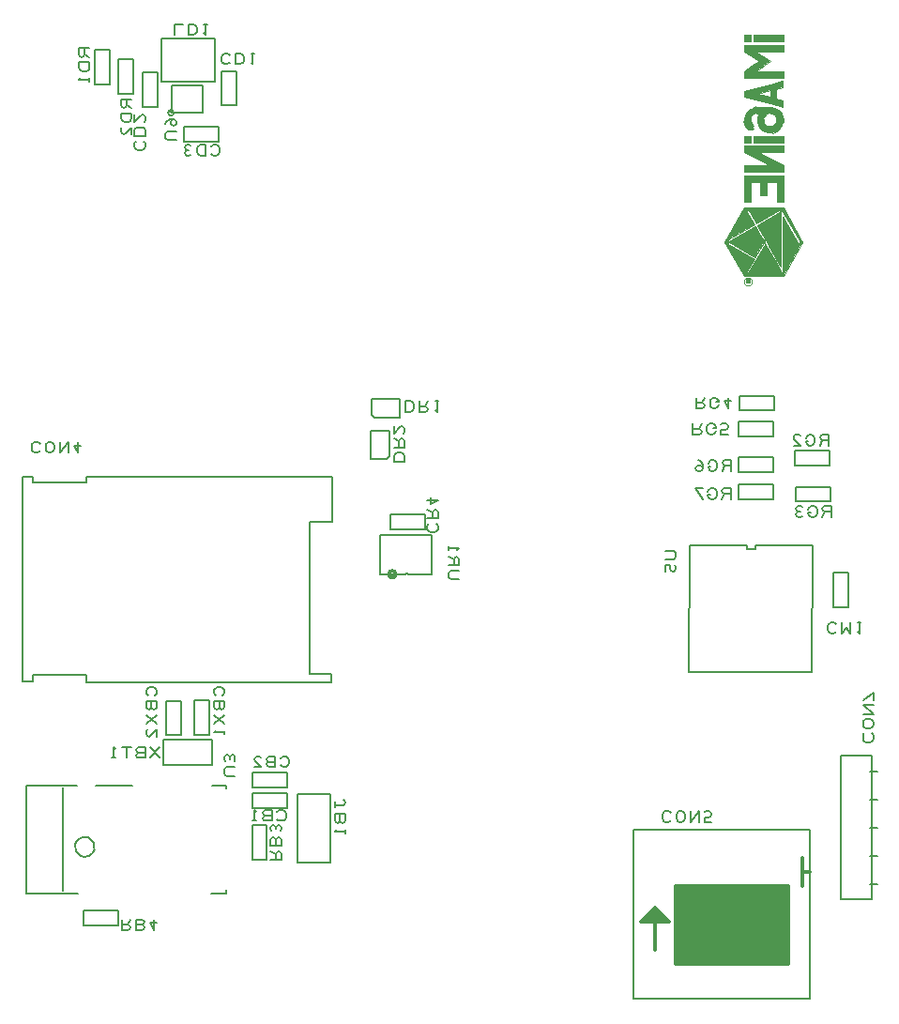
<source format=gbr>
%FSLAX35Y35*%
%MOMM*%
G04 EasyPC Gerber Version 18.0.9 Build 3640 *
%ADD122C,0.05000*%
%ADD10C,0.12700*%
%ADD120C,0.20000*%
%ADD121C,0.30480*%
X0Y0D02*
D02*
D10*
X761440Y5292260D02*
X753500Y5300200D01*
X737620Y5308140*
X713810*
X697940Y5300200*
X690000Y5292260*
X682060Y5276390*
Y5244640*
X690000Y5228760*
X697940Y5220820*
X713810Y5212890*
X737620*
X753500Y5220820*
X761440Y5228760*
X809060Y5276390D02*
Y5244640D01*
X817000Y5228760*
X824940Y5220820*
X840810Y5212890*
X856690*
X872560Y5220820*
X880500Y5228760*
X888440Y5244640*
Y5276390*
X880500Y5292260*
X872560Y5300200*
X856690Y5308140*
X840810*
X824940Y5300200*
X817000Y5292260*
X809060Y5276390*
X936060Y5308140D02*
Y5212890D01*
X1015440Y5308140*
Y5212890*
X1102750Y5308140D02*
Y5212890D01*
X1063060Y5276390*
X1126560*
X963070Y2190850D02*
Y1259850D01*
X1096070Y2211850D02*
X634070D01*
Y1231850*
X1103070*
X1124070Y1735850D02*
G75*
G02X1201070Y1574850I38500J-80500D01*
G01*
G75*
G02X1124070Y1735850I-38500J80500*
G01*
X1206160Y8860160D02*
X1110910D01*
Y8804600*
X1118840Y8788720*
X1134720Y8780780*
X1150590Y8788720*
X1158530Y8804600*
Y8860160*
Y8804600D02*
X1206160Y8780780D01*
Y8733160D02*
X1110910D01*
Y8685530*
X1118840Y8669660*
X1126780Y8661720*
X1142660Y8653780*
X1174410*
X1190280Y8661720*
X1198220Y8669660*
X1206160Y8685530*
Y8733160*
Y8590280D02*
Y8558530D01*
Y8574410D02*
X1110910D01*
X1126780Y8590280*
X1251420Y8535940D02*
X1386040D01*
Y8848360*
X1251420*
Y8535940*
X1463810Y8450350D02*
X1598430D01*
Y8762770*
X1463810*
Y8450350*
X1465430Y950270D02*
Y1084890D01*
X1153010*
Y950270*
X1465430*
X1496250Y1000110D02*
Y904860D01*
X1551810*
X1567690Y912790*
X1575630Y928670*
X1567690Y944540*
X1551810Y952480*
X1496250*
X1551810D02*
X1575630Y1000110D01*
X1678810Y952480D02*
X1694690Y960420D01*
X1702630Y976290*
X1694690Y992170*
X1678810Y1000110*
X1623250*
Y904860*
X1678810*
X1694690Y912790*
X1702630Y928670*
X1694690Y944540*
X1678810Y952480*
X1623250*
X1789940Y1000110D02*
Y904860D01*
X1750250Y968360*
X1813750*
X1627870Y8020240D02*
X1619930Y8012300D01*
X1611990Y7996420*
Y7972610*
X1619930Y7956740*
X1627870Y7948800*
X1643740Y7940860*
X1675490*
X1691370Y7948800*
X1699310Y7956740*
X1707240Y7972610*
Y7996420*
X1699310Y8012300*
X1691370Y8020240*
X1611990Y8067860D02*
X1707240D01*
Y8115490*
X1699310Y8131360*
X1691370Y8139300*
X1675490Y8147240*
X1643740*
X1627870Y8139300*
X1619930Y8131360*
X1611990Y8115490*
Y8067860*
Y8258360D02*
Y8194860D01*
X1667560Y8250420*
X1683430Y8258360*
X1699310Y8250420*
X1707240Y8234550*
Y8210740*
X1699310Y8194860*
X1593070Y2211850D02*
X1264070D01*
X1586560Y8400510D02*
X1491310D01*
Y8344950*
X1499240Y8329070*
X1515120Y8321130*
X1530990Y8329070*
X1538930Y8344950*
Y8400510*
Y8344950D02*
X1586560Y8321130D01*
Y8273510D02*
X1491310D01*
Y8225880*
X1499240Y8210010*
X1507180Y8202070*
X1523060Y8194130*
X1554810*
X1570680Y8202070*
X1578620Y8210010*
X1586560Y8225880*
Y8273510*
Y8083010D02*
Y8146510D01*
X1530990Y8090950*
X1515120Y8083010*
X1499240Y8090950*
X1491310Y8106820*
Y8130630*
X1499240Y8146510*
X1682540Y8326720D02*
X1817160D01*
Y8639140*
X1682540*
Y8326720*
X1835440Y2458380D02*
X1756060Y2553630D01*
X1835440D02*
X1756060Y2458380D01*
X1652880Y2506010D02*
X1637000Y2498070D01*
X1629060Y2482200*
X1637000Y2466320*
X1652880Y2458380*
X1708440*
Y2553630*
X1652880*
X1637000Y2545700*
X1629060Y2529820*
X1637000Y2513950*
X1652880Y2506010*
X1708440*
X1541750Y2458380D02*
Y2553630D01*
X1581440D02*
X1502060D01*
X1438560Y2458380D02*
X1406810D01*
X1422690D02*
Y2553630D01*
X1438560Y2537760*
X1795750Y3017720D02*
X1803690Y3025660D01*
X1811630Y3041540*
Y3065350*
X1803690Y3081220*
X1795750Y3089160*
X1779880Y3097100*
X1748130*
X1732250Y3089160*
X1724310Y3081220*
X1716380Y3065350*
Y3041540*
X1724310Y3025660*
X1732250Y3017720*
X1764000Y2914540D02*
X1771940Y2898660D01*
X1787810Y2890720*
X1803690Y2898660*
X1811630Y2914540*
Y2970100*
X1716380*
Y2914540*
X1724310Y2898660*
X1740190Y2890720*
X1756060Y2898660*
X1764000Y2914540*
Y2970100*
X1811630Y2843100D02*
X1716380Y2763720D01*
Y2843100D02*
X1811630Y2763720D01*
Y2652600D02*
Y2716100D01*
X1756060Y2660540*
X1740190Y2652600*
X1724310Y2660540*
X1716380Y2676410*
Y2700220*
X1724310Y2716100*
X1857480Y8947780D02*
X2333280D01*
Y8556980*
X1857480*
Y8947780*
X1986200Y8029620D02*
X1914770D01*
X1898890Y8037560*
X1890950Y8053430*
Y8085180*
X1898890Y8101060*
X1914770Y8109000*
X1986200*
X1890950Y8180430D02*
X1898890Y8196310D01*
X1914770Y8212180*
X1938580Y8220120*
X1962390*
X1978270Y8212180*
X1986200Y8196310*
Y8180430*
X1978270Y8164560*
X1962390Y8156620*
X1946520Y8164560*
X1938580Y8180430*
Y8196310*
X1946520Y8212180*
X1962390Y8220120*
X1965220Y8277890D02*
G75*
G02X1914420I-25400D01*
G01*
G75*
G02X1965220I25400*
G01*
G36*
G75*
G02X1914420I-25400*
G01*
G75*
G02X1965220I25400*
G01*
G37*
X1968580Y8978850D02*
Y9074100D01*
X2047960*
X2095580D02*
Y8978850D01*
X2143210*
X2159080Y8986780*
X2167020Y8994720*
X2174960Y9010600*
Y9042350*
X2167020Y9058220*
X2159080Y9066160*
X2143210Y9074100*
X2095580*
X2238460D02*
X2270210D01*
X2254330D02*
Y8978850D01*
X2238460Y8994720*
X2032720Y2974350D02*
X1898100D01*
Y2661930*
X2032720*
Y2974350*
X2226370Y8279940D02*
Y8525540D01*
X1945570*
Y8279940*
X2226370*
X2283150Y2977520D02*
X2148530D01*
Y2665100*
X2283150*
Y2977520*
X2309440Y2394580D02*
X1868640D01*
Y2620380*
X2309440*
Y2394580*
X2368880Y8019370D02*
Y8153990D01*
X2056460*
Y8019370*
X2368880*
X2301300Y7907640D02*
X2309240Y7899700D01*
X2325120Y7891760*
X2348930*
X2364800Y7899700*
X2372740Y7907640*
X2380680Y7923510*
Y7955260*
X2372740Y7971140*
X2364800Y7979080*
X2348930Y7987010*
X2325120*
X2309240Y7979080*
X2301300Y7971140*
X2253680Y7891760D02*
Y7987010D01*
X2206050*
X2190180Y7979080*
X2182240Y7971140*
X2174300Y7955260*
Y7923510*
X2182240Y7907640*
X2190180Y7899700*
X2206050Y7891760*
X2253680*
X2118740Y7899700D02*
X2102870Y7891760D01*
X2086990*
X2071120Y7899700*
X2063180Y7915580*
X2071120Y7931450*
X2086990Y7939390*
X2102870*
X2086990D02*
X2071120Y7947330D01*
X2063180Y7963200*
X2071120Y7979080*
X2086990Y7987010*
X2102870*
X2118740Y7979080*
X2472740Y8795110D02*
X2464800Y8803050D01*
X2448920Y8810990*
X2425110*
X2409240Y8803050*
X2401300Y8795110*
X2393360Y8779240*
Y8747490*
X2401300Y8731610*
X2409240Y8723670*
X2425110Y8715740*
X2448920*
X2464800Y8723670*
X2472740Y8731610*
X2520360Y8810990D02*
Y8715740D01*
X2567990*
X2583860Y8723670*
X2591800Y8731610*
X2599740Y8747490*
Y8779240*
X2591800Y8795110*
X2583860Y8803050*
X2567990Y8810990*
X2520360*
X2663240D02*
X2694990D01*
X2679110D02*
Y8715740D01*
X2663240Y8731610*
X2398960Y8342570D02*
X2533580D01*
Y8654990*
X2398960*
Y8342570*
X2518760Y2295090D02*
X2447330D01*
X2431450Y2303030*
X2423510Y2318900*
Y2350650*
X2431450Y2366530*
X2447330Y2374470*
X2518760*
X2431450Y2430030D02*
X2423510Y2445900D01*
Y2461780*
X2431450Y2477650*
X2447330Y2485590*
X2463200Y2477650*
X2471140Y2461780*
Y2445900*
Y2461780D02*
X2479080Y2477650D01*
X2494950Y2485590*
X2510830Y2477650*
X2518760Y2461780*
Y2445900*
X2510830Y2430030*
X2440070Y1266850D02*
Y1231850D01*
X2307070*
X2440070Y2183850D02*
Y2211850D01*
X2314070*
X2407560Y3020890D02*
X2415500Y3028830D01*
X2423440Y3044710*
Y3068520*
X2415500Y3084390*
X2407560Y3092330*
X2391690Y3100270*
X2359940*
X2344060Y3092330*
X2336120Y3084390*
X2328190Y3068520*
Y3044710*
X2336120Y3028830*
X2344060Y3020890*
X2375810Y2917710D02*
X2383750Y2901830D01*
X2399620Y2893890*
X2415500Y2901830*
X2423440Y2917710*
Y2973270*
X2328190*
Y2917710*
X2336120Y2901830*
X2352000Y2893890*
X2367870Y2901830*
X2375810Y2917710*
Y2973270*
X2423440Y2846270D02*
X2328190Y2766890D01*
Y2846270D02*
X2423440Y2766890D01*
Y2703390D02*
Y2671640D01*
Y2687520D02*
X2328190D01*
X2344060Y2703390*
X2671580Y1539750D02*
X2806200D01*
Y1852170*
X2671580*
Y1539750*
X2838780Y1537460D02*
X2934030D01*
Y1593020*
X2926100Y1608900*
X2910220Y1616840*
X2894350Y1608900*
X2886410Y1593020*
Y1537460*
Y1593020D02*
X2838780Y1616840D01*
X2886410Y1720020D02*
X2878470Y1735900D01*
X2862600Y1743840*
X2846720Y1735900*
X2838780Y1720020*
Y1664460*
X2934030*
Y1720020*
X2926100Y1735900*
X2910220Y1743840*
X2894350Y1735900*
X2886410Y1720020*
Y1664460*
X2846720Y1799400D02*
X2838780Y1815270D01*
Y1831150*
X2846720Y1847020*
X2862600Y1854960*
X2878470Y1847020*
X2886410Y1831150*
Y1815270*
Y1831150D02*
X2894350Y1847020D01*
X2910220Y1854960*
X2926100Y1847020*
X2934030Y1831150*
Y1815270*
X2926100Y1799400*
X2897260Y1906830D02*
X2905200Y1898890D01*
X2921080Y1890950*
X2944890*
X2960760Y1898890*
X2968700Y1906830*
X2976640Y1922700*
Y1954450*
X2968700Y1970330*
X2960760Y1978270*
X2944890Y1986200*
X2921080*
X2905200Y1978270*
X2897260Y1970330*
X2794080Y1938580D02*
X2778200Y1930640D01*
X2770260Y1914770*
X2778200Y1898890*
X2794080Y1890950*
X2849640*
Y1986200*
X2794080*
X2778200Y1978270*
X2770260Y1962390*
X2778200Y1946520*
X2794080Y1938580*
X2849640*
X2706760Y1890950D02*
X2675010D01*
X2690890D02*
Y1986200D01*
X2706760Y1970330*
X2987030Y2009050D02*
Y2143670D01*
X2674610*
Y2009050*
X2987030*
X2990200Y2192910D02*
Y2327530D01*
X2677780*
Y2192910*
X2990200*
X2928960Y2391840D02*
X2936900Y2383900D01*
X2952780Y2375960*
X2976590*
X2992460Y2383900*
X3000400Y2391840*
X3008340Y2407710*
Y2439460*
X3000400Y2455340*
X2992460Y2463280*
X2976590Y2471210*
X2952780*
X2936900Y2463280*
X2928960Y2455340*
X2825780Y2423590D02*
X2809900Y2415650D01*
X2801960Y2399780*
X2809900Y2383900*
X2825780Y2375960*
X2881340*
Y2471210*
X2825780*
X2809900Y2463280*
X2801960Y2447400*
X2809900Y2431530*
X2825780Y2423590*
X2881340*
X2690840Y2375960D02*
X2754340D01*
X2698780Y2431530*
X2690840Y2447400*
X2698780Y2463280*
X2714650Y2471210*
X2738460*
X2754340Y2463280*
X3376300Y2130740D02*
Y1514790D01*
X3084200*
Y2130740*
X3376300*
X3498040Y2079530D02*
X3505980Y2071590D01*
X3513920Y2055720*
X3505980Y2039840*
X3498040Y2031900*
X3418670*
Y2016030*
Y2031900D02*
Y2063650D01*
X3466290Y1896970D02*
X3474230Y1881090D01*
X3490100Y1873150*
X3505980Y1881090*
X3513920Y1896970*
Y1952530*
X3418670*
Y1896970*
X3426600Y1881090*
X3442480Y1873150*
X3458350Y1881090*
X3466290Y1896970*
Y1952530*
X3513920Y1809650D02*
Y1777900D01*
Y1793780D02*
X3418670D01*
X3434540Y1809650*
X3743970Y5151380D02*
Y5406630D01*
X3911920*
Y5176780*
X3886520Y5151380*
X3743970*
X3753410Y5693140D02*
X4008660D01*
Y5525190*
X3778810*
X3753410Y5550590*
Y5693140*
X3951450Y5130430D02*
X4046700D01*
Y5178060*
X4038770Y5193930*
X4030830Y5201870*
X4014950Y5209810*
X3983200*
X3967330Y5201870*
X3959390Y5193930*
X3951450Y5178060*
Y5130430*
Y5257430D02*
X4046700D01*
Y5312990*
X4038770Y5328870*
X4022890Y5336810*
X4007020Y5328870*
X3999080Y5312990*
Y5257430*
Y5312990D02*
X3951450Y5336810D01*
Y5447930D02*
Y5384430D01*
X4007020Y5439990*
X4022890Y5447930*
X4038770Y5439990*
X4046700Y5424120*
Y5400310*
X4038770Y5384430*
X4054440Y5675860D02*
Y5580610D01*
X4102070*
X4117940Y5588540*
X4125880Y5596480*
X4133820Y5612360*
Y5644110*
X4125880Y5659980*
X4117940Y5667920*
X4102070Y5675860*
X4054440*
X4181440D02*
Y5580610D01*
X4237000*
X4252880Y5588540*
X4260820Y5604420*
X4252880Y5620290*
X4237000Y5628230*
X4181440*
X4237000D02*
X4260820Y5675860D01*
X4324320D02*
X4356070D01*
X4340190D02*
Y5580610D01*
X4324320Y5596480*
X4268480Y4571280D02*
X4260540Y4563340D01*
X4252600Y4547460*
Y4523650*
X4260540Y4507780*
X4268480Y4499840*
X4284350Y4491900*
X4316100*
X4331980Y4499840*
X4339920Y4507780*
X4347850Y4523650*
Y4547460*
X4339920Y4563340*
X4331980Y4571280*
X4252600Y4618900D02*
X4347850D01*
Y4674460*
X4339920Y4690340*
X4324040Y4698280*
X4308170Y4690340*
X4300230Y4674460*
Y4618900*
Y4674460D02*
X4252600Y4698280D01*
Y4785590D02*
X4347850D01*
X4284350Y4745900*
Y4809400*
X4232840Y4522860D02*
Y4657480D01*
X3920420*
Y4522860*
X4232840*
X4293090Y4117190D02*
Y4467190D01*
X3827490*
Y4117190*
X4054990*
Y4120990*
X4079990*
Y4117190*
X4293090*
X4540050Y4067190D02*
X4468620D01*
X4452740Y4075130*
X4444800Y4091000*
Y4122750*
X4452740Y4138630*
X4468620Y4146570*
X4540050*
X4444800Y4194190D02*
X4540050D01*
Y4249750*
X4532120Y4265630*
X4516240Y4273570*
X4500370Y4265630*
X4492430Y4249750*
Y4194190*
Y4249750D02*
X4444800Y4273570D01*
Y4337070D02*
Y4368820D01*
Y4352940D02*
X4540050D01*
X4524180Y4337070*
X6113640Y284110D02*
X7701140D01*
Y1808110*
X6113640*
Y284110*
X6451090Y1960590D02*
X6443150Y1968530D01*
X6427270Y1976470*
X6403460*
X6387590Y1968530*
X6379650Y1960590*
X6371710Y1944720*
Y1912970*
X6379650Y1897090*
X6387590Y1889150*
X6403460Y1881220*
X6427270*
X6443150Y1889150*
X6451090Y1897090*
X6498710Y1944720D02*
Y1912970D01*
X6506650Y1897090*
X6514590Y1889150*
X6530460Y1881220*
X6546340*
X6562210Y1889150*
X6570150Y1897090*
X6578090Y1912970*
Y1944720*
X6570150Y1960590*
X6562210Y1968530*
X6546340Y1976470*
X6530460*
X6514590Y1968530*
X6506650Y1960590*
X6498710Y1944720*
X6625710Y1976470D02*
Y1881220D01*
X6705090Y1976470*
Y1881220*
X6752710Y1968530D02*
X6768590Y1976470D01*
X6792400*
X6808270Y1968530*
X6816210Y1952650*
Y1944720*
X6808270Y1928840*
X6792400Y1920900*
X6752710*
Y1881220*
X6816210*
X6401650Y4327840D02*
X6473080D01*
X6488960Y4319900*
X6496900Y4304030*
Y4272280*
X6488960Y4256400*
X6473080Y4248460*
X6401650*
X6488960Y4200840D02*
X6496900Y4184960D01*
Y4161150*
X6488960Y4145280*
X6473080Y4137340*
X6465150*
X6449270Y4145280*
X6441330Y4161150*
Y4200840*
X6401650*
Y4137340*
X6623590Y4378900D02*
X6609210Y3229520D01*
X7719210*
X7733590Y4378900*
X7216090*
Y4341400*
X7141090*
Y4378900*
X6623590*
X6647500Y5472980D02*
Y5377730D01*
X6703060*
X6718940Y5385660*
X6726880Y5401540*
X6718940Y5417410*
X6703060Y5425350*
X6647500*
X6703060D02*
X6726880Y5472980D01*
X6830060Y5433290D02*
X6853880D01*
Y5441230*
X6845940Y5457100*
X6838000Y5465040*
X6822130Y5472980*
X6806250*
X6790380Y5465040*
X6782440Y5457100*
X6774500Y5441230*
Y5409480*
X6782440Y5393600*
X6790380Y5385660*
X6806250Y5377730*
X6822130*
X6838000Y5385660*
X6845940Y5393600*
X6853880Y5409480*
X6901500Y5465040D02*
X6917380Y5472980D01*
X6941190*
X6957060Y5465040*
X6965000Y5449160*
Y5441230*
X6957060Y5425350*
X6941190Y5417410*
X6901500*
Y5377730*
X6965000*
X6676030Y5707560D02*
Y5612310D01*
X6731590*
X6747470Y5620240*
X6755410Y5636120*
X6747470Y5651990*
X6731590Y5659930*
X6676030*
X6731590D02*
X6755410Y5707560D01*
X6858590Y5667870D02*
X6882410D01*
Y5675810*
X6874470Y5691680*
X6866530Y5699620*
X6850660Y5707560*
X6834780*
X6818910Y5699620*
X6810970Y5691680*
X6803030Y5675810*
Y5644060*
X6810970Y5628180*
X6818910Y5620240*
X6834780Y5612310*
X6850660*
X6866530Y5620240*
X6874470Y5628180*
X6882410Y5644060*
X6969720Y5707560D02*
Y5612310D01*
X6930030Y5675810*
X6993530*
X6989860Y4794670D02*
Y4889920D01*
X6934300*
X6918420Y4881990*
X6910480Y4866110*
X6918420Y4850240*
X6934300Y4842300*
X6989860*
X6934300D02*
X6910480Y4794670D01*
X6807300Y4834360D02*
X6783480D01*
Y4826420*
X6791420Y4810550*
X6799360Y4802610*
X6815230Y4794670*
X6831110*
X6846980Y4802610*
X6854920Y4810550*
X6862860Y4826420*
Y4858170*
X6854920Y4874050*
X6846980Y4881990*
X6831110Y4889920*
X6815230*
X6799360Y4881990*
X6791420Y4874050*
X6783480Y4858170*
X6735860Y4794670D02*
X6672360Y4889920D01*
X6735860*
X6993030Y5048270D02*
Y5143520D01*
X6937470*
X6921590Y5135590*
X6913650Y5119710*
X6921590Y5103840*
X6937470Y5095900*
X6993030*
X6937470D02*
X6913650Y5048270D01*
X6810470Y5087960D02*
X6786650D01*
Y5080020*
X6794590Y5064150*
X6802530Y5056210*
X6818400Y5048270*
X6834280*
X6850150Y5056210*
X6858090Y5064150*
X6866030Y5080020*
Y5111770*
X6858090Y5127650*
X6850150Y5135590*
X6834280Y5143520*
X6818400*
X6802530Y5135590*
X6794590Y5127650*
X6786650Y5111770*
X6739030Y5072090D02*
X6731090Y5087960D01*
X6715220Y5095900*
X6699340*
X6683470Y5087960*
X6675530Y5072090*
X6683470Y5056210*
X6699340Y5048270*
X6715220*
X6731090Y5056210*
X6739030Y5072090*
Y5095900*
X6731090Y5119710*
X6715220Y5135590*
X6699340Y5143520*
X7065060Y4926930D02*
Y4792310D01*
X7377480*
Y4926930*
X7065060*
Y5167850D02*
Y5033230D01*
X7377480*
Y5167850*
X7065060*
Y5494360D02*
Y5359740D01*
X7377480*
Y5494360*
X7065060*
X7068230Y5725770D02*
Y5591150D01*
X7380650*
Y5725770*
X7068230*
X7565920Y5231250D02*
Y5096630D01*
X7878340*
Y5231250*
X7565920*
X7581770Y4904740D02*
Y4770120D01*
X7894190*
Y4904740*
X7581770*
X7943340Y3661820D02*
X7935400Y3669760D01*
X7919520Y3677700*
X7895710*
X7879840Y3669760*
X7871900Y3661820*
X7863960Y3645950*
Y3614200*
X7871900Y3598320*
X7879840Y3590380*
X7895710Y3582450*
X7919520*
X7935400Y3590380*
X7943340Y3598320*
X7990960Y3677700D02*
Y3582450D01*
X8030650Y3630070*
X8070340Y3582450*
Y3677700*
X8133840D02*
X8165590D01*
X8149710D02*
Y3582450D01*
X8133840Y3598320*
X7874290Y5276510D02*
Y5371760D01*
X7818730*
X7802850Y5363830*
X7794910Y5347950*
X7802850Y5332080*
X7818730Y5324140*
X7874290*
X7818730D02*
X7794910Y5276510D01*
X7691730Y5316200D02*
X7667910D01*
Y5308260*
X7675850Y5292390*
X7683790Y5284450*
X7699660Y5276510*
X7715540*
X7731410Y5284450*
X7739350Y5292390*
X7747290Y5308260*
Y5340010*
X7739350Y5355890*
X7731410Y5363830*
X7715540Y5371760*
X7699660*
X7683790Y5363830*
X7675850Y5355890*
X7667910Y5340010*
X7556790Y5276510D02*
X7620290D01*
X7564730Y5332080*
X7556790Y5347950*
X7564730Y5363830*
X7580600Y5371760*
X7604410*
X7620290Y5363830*
X7896480Y4633000D02*
Y4728250D01*
X7840920*
X7825040Y4720320*
X7817100Y4704440*
X7825040Y4688570*
X7840920Y4680630*
X7896480*
X7840920D02*
X7817100Y4633000D01*
X7713920Y4672690D02*
X7690100D01*
Y4664750*
X7698040Y4648880*
X7705980Y4640940*
X7721850Y4633000*
X7737730*
X7753600Y4640940*
X7761540Y4648880*
X7769480Y4664750*
Y4696500*
X7761540Y4712380*
X7753600Y4720320*
X7737730Y4728250*
X7721850*
X7705980Y4720320*
X7698040Y4712380*
X7690100Y4696500*
X7634540Y4640940D02*
X7618670Y4633000D01*
X7602790*
X7586920Y4640940*
X7578980Y4656820*
X7586920Y4672690*
X7602790Y4680630*
X7618670*
X7602790D02*
X7586920Y4688570D01*
X7578980Y4704440*
X7586920Y4720320*
X7602790Y4728250*
X7618670*
X7634540Y4720320*
X7914760Y3815810D02*
X8049380D01*
Y4128230*
X7914760*
Y3815810*
X8199280Y2678790D02*
X8191340Y2670850D01*
X8183400Y2654970*
Y2631160*
X8191340Y2615290*
X8199280Y2607350*
X8215150Y2599410*
X8246900*
X8262780Y2607350*
X8270720Y2615290*
X8278650Y2631160*
Y2654970*
X8270720Y2670850*
X8262780Y2678790*
X8215150Y2726410D02*
X8246900D01*
X8262780Y2734350*
X8270720Y2742290*
X8278650Y2758160*
Y2774040*
X8270720Y2789910*
X8262780Y2797850*
X8246900Y2805790*
X8215150*
X8199280Y2797850*
X8191340Y2789910*
X8183400Y2774040*
Y2758160*
X8191340Y2742290*
X8199280Y2734350*
X8215150Y2726410*
X8183400Y2853410D02*
X8278650D01*
X8183400Y2932790*
X8278650*
X8183400Y2980410D02*
X8278650Y3043910D01*
Y2980410*
X8248550Y1321100D02*
X8312050D01*
X8248550Y1575100D02*
X8312050D01*
X8248550Y1829100D02*
X8312050D01*
X8248550Y2083100D02*
X8312050D01*
X8248550Y2337100D02*
X8312050D01*
X8261250Y2476800D02*
Y1181400D01*
X7981850*
Y2476800*
X8261250*
D02*
D120*
X3191970Y3708990D02*
Y4585290D01*
X3395170*
Y4991690*
X1179020*
Y4940890*
X696420*
Y4991690*
X601170*
Y3143840*
X696420*
Y3207340*
X1179020*
Y3137490*
X3388820*
X3191970Y3708990D02*
Y3213690D01*
X3388820*
Y3137490*
D02*
D121*
X3905740Y4114640D02*
G75*
G02X3969240I31750D01*
G01*
G75*
G02X3905740I-31750*
G01*
X6304140Y982610D02*
Y728610D01*
Y1109610D02*
X6431140Y982610D01*
X6177140*
X6304140Y1109610*
G36*
X6431140Y982610*
X6177140*
X6304140Y1109610*
G37*
X6494640Y1300110D02*
X7510640D01*
Y601610*
X6494640*
Y1300110*
G36*
X7510640*
Y601610*
X6494640*
Y1300110*
G37*
X7637640D02*
Y1554110D01*
Y1427110D02*
X7701140D01*
D02*
D122*
X6935970Y7113490D02*
X6958160D01*
X6964500Y7119830*
X6970840Y7138850*
X7202250Y7271990*
X7126170Y7401960*
X7151530*
X7221270Y7281500*
X7427320Y7401960*
X7446340*
X7433660Y7379770*
X7227610Y7262480*
X7443170Y6888420*
Y7379770*
X7452680Y7398790*
X7617520Y7113490*
X7639710*
X7465360Y7420980*
X7110320*
X6935970Y7113490*
G36*
X6958160*
X6964500Y7119830*
X6970840Y7138850*
X7202250Y7271990*
X7126170Y7401960*
X7151530*
X7221270Y7281500*
X7427320Y7401960*
X7446340*
X7433660Y7379770*
X7227610Y7262480*
X7443170Y6888420*
Y7379770*
X7452680Y7398790*
X7617520Y7113490*
X7639710*
X7465360Y7420980*
X7110320*
X6935970Y7113490*
G37*
X7110320Y6809170*
X7465360*
X7639710Y7113490*
X7614350*
X7604840Y7097640*
X7462190Y7341730*
Y6850380*
X7452680Y6831360*
X7291010Y7113490*
X7303690Y7135680*
X7297350Y7142020*
X7284670Y7123000*
X7211760Y7252970*
X6980350Y7119830*
X6961330*
Y7113490*
X6977180*
X7208590Y6977180*
X7287840Y7107150*
X7300520Y7084960*
X7148360Y6828190*
X7126170*
X7202250Y6958160*
X6970840Y7094470*
X6958160Y7113490*
X6935970*
G36*
X7110320Y6809170*
X7465360*
X7639710Y7113490*
X7614350*
X7604840Y7097640*
X7462190Y7341730*
Y6850380*
X7452680Y6831360*
X7291010Y7113490*
X7303690Y7135680*
X7297350Y7142020*
X7284670Y7123000*
X7211760Y7252970*
X6980350Y7119830*
X6961330*
Y7113490*
X6977180*
X7208590Y6977180*
X7287840Y7107150*
X7300520Y7084960*
X7148360Y6828190*
X7126170*
X7202250Y6958160*
X6970840Y7094470*
X6958160Y7113490*
X6935970*
G37*
X7110760Y7713090D02*
X7463540D01*
Y7477430*
X7404270*
Y7653820*
X7316780*
Y7536700*
X7258930*
Y7653820*
X7170030*
Y7477430*
X7110760*
Y7713090*
G36*
X7463540*
Y7477430*
X7404270*
Y7653820*
X7316780*
Y7536700*
X7258930*
Y7653820*
X7170030*
Y7477430*
X7110760*
Y7713090*
G37*
Y8065870D02*
Y8006600D01*
X7170030*
Y8065870*
X7110760*
G36*
Y8006600*
X7170030*
Y8065870*
X7110760*
G37*
Y8977440D02*
Y8918180D01*
X7170030*
Y8977440*
X7110760*
G36*
Y8918180*
X7170030*
Y8977440*
X7110760*
G37*
X7126280Y6776110D02*
Y6754940D01*
X7126520Y6751810*
X7127160Y6748950*
X7128070Y6746610*
X7129100Y6745070*
X7130430Y6743440*
X7132280Y6742600*
X7134660Y6742290*
X7137570Y6742250*
X7139470Y6742490*
X7141100Y6743130*
X7142730Y6744030*
X7144620Y6745070*
X7145680Y6746390*
X7146740Y6748240*
X7147800Y6750620*
X7148860Y6753530*
X7149080Y6752500*
X7149560Y6751590*
X7150050Y6750950*
X7150270Y6750710*
X7151330Y6749870*
X7152390Y6749300*
X7153440Y6748730*
X7154500Y6747890*
X7155270Y6747400*
X7157500Y6746130*
X7161050Y6744320*
X7165790Y6742250*
Y6753530*
X7161030Y6756220*
X7157320Y6758120*
X7154680Y6759490*
X7153090Y6760590*
X7152060Y6761650*
X7151150Y6762710*
X7150510Y6763760*
X7150270Y6764820*
Y6766230*
X7165790*
Y6776110*
X7126280*
G36*
Y6754940*
X7126520Y6751810*
X7127160Y6748950*
X7128070Y6746610*
X7129100Y6745070*
X7130430Y6743440*
X7132280Y6742600*
X7134660Y6742290*
X7137570Y6742250*
X7139470Y6742490*
X7141100Y6743130*
X7142730Y6744030*
X7144620Y6745070*
X7145680Y6746390*
X7146740Y6748240*
X7147800Y6750620*
X7148860Y6753530*
X7149080Y6752500*
X7149560Y6751590*
X7150050Y6750950*
X7150270Y6750710*
X7151330Y6749870*
X7152390Y6749300*
X7153440Y6748730*
X7154500Y6747890*
X7155270Y6747400*
X7157500Y6746130*
X7161050Y6744320*
X7165790Y6742250*
Y6753530*
X7161030Y6756220*
X7157320Y6758120*
X7154680Y6759490*
X7153090Y6760590*
X7152060Y6761650*
X7151150Y6762710*
X7150510Y6763760*
X7150270Y6764820*
Y6766230*
X7165790*
Y6776110*
X7126280*
G37*
X7146040Y6719670D02*
X7151090Y6719930D01*
X7155740Y6720730*
X7160130Y6722050*
X7164380Y6723900*
X7168350Y6726280*
X7171790Y6729190*
X7174700Y6732630*
X7177080Y6736600*
X7178930Y6740860*
X7180250Y6745240*
X7181050Y6749900*
X7181310Y6754940*
X7181050Y6759990*
X7180250Y6764650*
X7178930Y6769030*
X7177080Y6773290*
X7174700Y6777260*
X7171790Y6780700*
X7168350Y6783610*
X7164380Y6785990*
X7160130Y6787840*
X7155740Y6789160*
X7151090Y6789960*
X7146040Y6790220*
X7140990Y6789960*
X7136330Y6789160*
X7131950Y6787840*
X7127690Y6785990*
X7123720Y6783610*
X7120280Y6780700*
X7117370Y6777260*
X7114990Y6773290*
X7113140Y6769030*
X7111820Y6764650*
X7111020Y6759990*
X7110760Y6754940*
X7111020Y6749900*
X7111820Y6745240*
X7113140Y6740860*
X7114990Y6736600*
X7117370Y6732630*
X7120280Y6729190*
X7123720Y6726280*
X7127690Y6723900*
X7131950Y6722050*
X7136330Y6720730*
X7140990Y6719930*
X7146040Y6719670*
X7148860Y6828320D02*
X7186250Y6892880D01*
X7223650Y6957440*
X7261040Y7022000*
X7298440Y7086560*
X7295610Y7091490*
X7287150Y7106310*
X7268800Y7074560*
X7250460Y7042810*
X7232110Y7011060*
X7213770Y6979310*
X7213420Y6978610*
X7213060Y6977900*
X7212710Y6977190*
X7212360Y6976490*
X7211650Y6976840*
X7210950Y6977190*
X7210240Y6977550*
X7209540Y6977900*
X7152030Y7011060*
X6979530Y7110540*
X6959770*
X6964710Y7102080*
X6967180Y7097840*
X6969650Y7093610*
X7084650Y7027290*
X7142160Y6994130*
X7199660Y6960970*
X7200360Y6960610*
X7201780Y6959910*
X7202480Y6959560*
X7201780Y6958140*
X7201420Y6957440*
X7201070Y6956730*
X7182730Y6924980*
X7164380Y6893230*
X7146040Y6861480*
X7127690Y6829730*
X7148860*
Y6828320*
X7199660Y8065870D02*
Y8006600D01*
X7464950*
Y8065870*
X7199660*
G36*
Y8006600*
X7464950*
Y8065870*
X7199660*
G37*
Y8977440D02*
Y8918180D01*
X7464950*
Y8977440*
X7199660*
G36*
Y8918180*
X7464950*
Y8977440*
X7199660*
G37*
X7237760Y7919110D02*
X7463540Y7801990D01*
Y7742720*
X7110760*
Y7801990*
X7336540*
X7110760Y7919110*
Y7978380*
X7463540*
Y7919110*
X7237760*
G36*
X7463540Y7801990*
Y7742720*
X7110760*
Y7801990*
X7336540*
X7110760Y7919110*
Y7978380*
X7463540*
Y7919110*
X7237760*
G37*
X7295610Y8777070D02*
X7322430Y8759430D01*
X7349240Y8741790*
X7322430Y8724150*
X7295610Y8706510*
X7256100Y8680410*
X7216590Y8654300*
X7463540*
Y8595030*
X7110760*
Y8654300*
X7177080Y8698040*
X7243400Y8741790*
X7110760Y8830690*
Y8888540*
X7463540*
Y8830690*
X7216590*
X7295610Y8777070*
G36*
X7322430Y8759430*
X7349240Y8741790*
X7322430Y8724150*
X7295610Y8706510*
X7256100Y8680410*
X7216590Y8654300*
X7463540*
Y8595030*
X7110760*
Y8654300*
X7177080Y8698040*
X7243400Y8741790*
X7110760Y8830690*
Y8888540*
X7463540*
Y8830690*
X7216590*
X7295610Y8777070*
G37*
X7344900Y8273710D02*
G75*
G03X7310030Y8261030I-2130J-48430D01*
G01*
X7297350Y8248350*
X7246630Y8273710*
X7224440*
G75*
G03X7195910Y8264200I12700J-85660*
G01*
G75*
G03X7180060Y8245180I46010J-54450*
G01*
G75*
G03X7170550Y8219820I67160J-39650*
G01*
Y8200800*
X7176890Y8181780*
X7186400Y8169100*
X7192740Y8159590*
G75*
G02Y8137400I-26790J-11090*
G01*
X7183230Y8124720*
G75*
G02X7148360I-17430J42090*
G01*
G75*
G02X7123000Y8153250I68220J86180*
G01*
X7113490Y8178610*
G75*
G02X7110320Y8200800I61340J20080*
G01*
Y8222990*
X7116660Y8248350*
X7126170Y8267370*
X7138850Y8286390*
X7154700Y8302240*
X7173720Y8314920*
X7195910Y8324430*
G75*
G02X7221270Y8330770I30660J-68740*
G01*
X7344900*
Y8273710*
G36*
G75*
G03X7310030Y8261030I-2130J-48430*
G01*
X7297350Y8248350*
X7246630Y8273710*
X7224440*
G75*
G03X7195910Y8264200I12700J-85660*
G01*
G75*
G03X7180060Y8245180I46010J-54450*
G01*
G75*
G03X7170550Y8219820I67160J-39650*
G01*
Y8200800*
X7176890Y8181780*
X7186400Y8169100*
X7192740Y8159590*
G75*
G02Y8137400I-26790J-11090*
G01*
X7183230Y8124720*
G75*
G02X7148360I-17430J42090*
G01*
G75*
G02X7123000Y8153250I68220J86180*
G01*
X7113490Y8178610*
G75*
G02X7110320Y8200800I61340J20080*
G01*
Y8222990*
X7116660Y8248350*
X7126170Y8267370*
X7138850Y8286390*
X7154700Y8302240*
X7173720Y8314920*
X7195910Y8324430*
G75*
G02X7221270Y8330770I30660J-68740*
G01*
X7344900*
Y8273710*
G37*
Y8330770*
X7379770Y8324430*
X7408300Y8311750*
X7433660Y8292730*
X7452680Y8273710*
G75*
G02X7462190Y8242010I-85130J-42820*
G01*
X7465360Y8216650*
Y8197630*
G75*
G02X7455850Y8162760I-103630J9530*
G01*
G75*
G02X7433660Y8131060I-82590J34200*
G01*
X7405130Y8108870*
X7367090Y8096190*
G75*
G02X7332220I-17430J98880*
G01*
G75*
G02X7294180Y8105700I7950J112620*
G01*
G75*
G02X7268820Y8124720I41250J81420*
G01*
X7249800Y8143740*
X7237120Y8169100*
X7230780Y8194460*
Y8226160*
X7237120Y8257860*
X7246630Y8273710*
X7297350Y8248350*
G75*
G03X7287840Y8222990I25860J-24160*
G01*
Y8200800*
G75*
G03X7300520Y8175440I78250J23280*
G01*
X7316370Y8162760*
X7332220Y8156420*
G75*
G03X7363920I15850J71490*
G01*
X7376600Y8162760*
G75*
G03X7395620Y8178610I-9620J30880*
G01*
X7401960Y8197630*
G75*
G03Y8232500I-42090J17440*
G01*
X7389280Y8254690*
G75*
G03X7351240Y8273710I-41980J-36410*
G01*
X7344900*
G36*
Y8330770*
X7379770Y8324430*
X7408300Y8311750*
X7433660Y8292730*
X7452680Y8273710*
G75*
G02X7462190Y8242010I-85130J-42820*
G01*
X7465360Y8216650*
Y8197630*
G75*
G02X7455850Y8162760I-103630J9530*
G01*
G75*
G02X7433660Y8131060I-82590J34200*
G01*
X7405130Y8108870*
X7367090Y8096190*
G75*
G02X7332220I-17430J98880*
G01*
G75*
G02X7294180Y8105700I7950J112620*
G01*
G75*
G02X7268820Y8124720I41250J81420*
G01*
X7249800Y8143740*
X7237120Y8169100*
X7230780Y8194460*
Y8226160*
X7237120Y8257860*
X7246630Y8273710*
X7297350Y8248350*
G75*
G03X7287840Y8222990I25860J-24160*
G01*
Y8200800*
G75*
G03X7300520Y8175440I78250J23280*
G01*
X7316370Y8162760*
X7332220Y8156420*
G75*
G03X7363920I15850J71490*
G01*
X7376600Y8162760*
G75*
G03X7395620Y8178610I-9620J30880*
G01*
X7401960Y8197630*
G75*
G03Y8232500I-42090J17440*
G01*
X7389280Y8254690*
G75*
G03X7351240Y8273710I-41980J-36410*
G01*
X7344900*
G37*
Y8359300D02*
X7110320Y8419530D01*
Y8476590*
X7344900Y8536820*
Y8479760*
X7227610Y8448060*
X7344900Y8419530*
Y8359300*
G36*
X7110320Y8419530*
Y8476590*
X7344900Y8536820*
Y8479760*
X7227610Y8448060*
X7344900Y8419530*
Y8359300*
G37*
X7346410Y8477910D02*
X7287850Y8463090D01*
X7229290Y8448280*
X7346410Y8418640*
Y8477910*
X7428260Y7399820D02*
X7376750Y7370190D01*
X7325250Y7340560*
X7273740Y7310920*
X7222240Y7281290*
X7221530Y7280940*
X7220830Y7280580*
X7219410Y7279880*
X7219060Y7280580*
X7218710Y7281290*
X7218360Y7281990*
X7218000Y7282700*
X7184140Y7341260*
X7167200Y7370540*
X7150270Y7399820*
X7127690*
X7146040Y7368070*
X7164380Y7336320*
X7182730Y7304570*
X7201070Y7272820*
X7201420Y7272120*
X7201780Y7271410*
X7202130Y7270710*
X7202480Y7270000*
X7201780Y7269650*
X7201070Y7269290*
X7200360Y7268940*
X7199660Y7268590*
X7142160Y7235430*
X7084650Y7202270*
X7027150Y7169110*
X6969650Y7135940*
X6964710Y7127480*
X6962240Y7123240*
X6959770Y7119010*
X6979530*
X7152030Y7218490*
X7209540Y7251660*
X7210240Y7252010*
X7210950Y7252360*
X7211650Y7252710*
X7212360Y7253070*
X7212710Y7252360*
X7213060Y7251660*
X7213420Y7250950*
X7213770Y7250240*
X7232110Y7218490*
X7250460Y7186740*
X7268800Y7154990*
X7287150Y7123240*
X7295610Y7138060*
X7298440Y7143000*
X7281500Y7172280*
X7247640Y7230840*
X7230700Y7260120*
X7230350Y7260830*
X7230000Y7261530*
X7229640Y7262240*
X7229290Y7262940*
X7230000Y7263300*
X7230700Y7263650*
X7231410Y7264000*
X7232110Y7264360*
X7335130Y7323620*
X7386630Y7353260*
X7438140Y7382890*
X7440610Y7387120*
X7443080Y7391360*
X7445540Y7395590*
X7448010Y7399820*
X7428260*
X7462190Y8565350D02*
Y8508290D01*
X7401960Y8492440*
Y8403680*
X7462190Y8387830*
Y8330770*
X7344900Y8359300*
Y8536820*
X7462190Y8565350*
G36*
Y8508290*
X7401960Y8492440*
Y8403680*
X7462190Y8387830*
Y8330770*
X7344900Y8359300*
Y8536820*
X7462190Y8565350*
G37*
X7463540Y6849490D02*
Y7340560D01*
X7465300Y7337730*
X7467060Y7334910*
X7468830Y7332090*
X7470590Y7329270*
X7504110Y7271060*
X7571130Y7154640*
X7604650Y7096430*
X7613110Y7111250*
X7615940Y7116190*
X7575370Y7186740*
X7494230Y7327860*
X7453660Y7398410*
X7451190Y7394180*
X7448720Y7389940*
X7443780Y7381480*
Y6889000*
X7442020Y6892180*
X7440250Y6895350*
X7438490Y6898530*
X7436730Y6901700*
X7403210Y6959910*
X7369700Y7018120*
X7336180Y7076330*
X7302670Y7134530*
X7299850Y7129590*
X7297030Y7124660*
X7294200Y7119720*
X7291380Y7114780*
X7331950Y7044220*
X7372520Y6973670*
X7413090Y6903110*
X7453660Y6832560*
X7458600Y6841020*
X7461070Y6845260*
X7463540Y6849490*
X0Y0D02*
M02*

</source>
